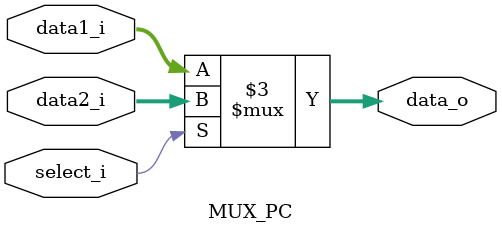
<source format=v>
module MUX_PC
(
	data1_i,
	data2_i,
	select_i,
	data_o
);

input	[31:0]		data1_i, data2_i;
input	select_i;
output	[31:0]		data_o;

reg		[31:0]		data_o;

//assign data_o = data1_i; //debug

always @(data1_i or data2_i or select_i) begin
	if (select_i) 
		data_o = data2_i;
	else
		data_o = data1_i;
end

//assign data_o = (select_i == 1'b0)?data1_i:data2_i;   // 0是pc+4

endmodule

</source>
